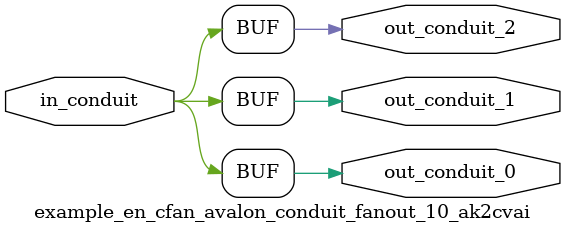
<source format=sv>


 


// --------------------------------------------------------------------------------
//| Avalon Conduit Fan-Out
// --------------------------------------------------------------------------------

// ------------------------------------------
// Generation parameters:
//   output_name:       example_en_cfan_avalon_conduit_fanout_10_ak2cvai
//   numFanOut:         3
//   
// ------------------------------------------

module example_en_cfan_avalon_conduit_fanout_10_ak2cvai (     

// Interface: out_conduit_0
 output                    out_conduit_0,
// Interface: out_conduit_1
 output                    out_conduit_1,
// Interface: out_conduit_2
 output                    out_conduit_2,

// Interface: in_conduit
 input                   in_conduit

);

   assign  out_conduit_0 = in_conduit;
   assign  out_conduit_1 = in_conduit;
   assign  out_conduit_2 = in_conduit;

endmodule //


</source>
